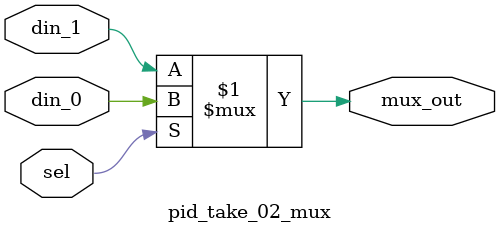
<source format=v>
module  pid_take_02_mux(
din_0      , // Mux first input
din_1      , // Mux Second input
sel        , // Select input
mux_out      // Mux output
);
//-----------Input Ports---------------
input din_0, din_1, sel ;
//-----------Output Ports---------------
output mux_out;
//------------Internal Variables--------
wire  mux_out;
//-------------Code Starts Here---------
assign mux_out = sel ? din_0 : din_1;

endmodule //End Of Module mux
</source>
